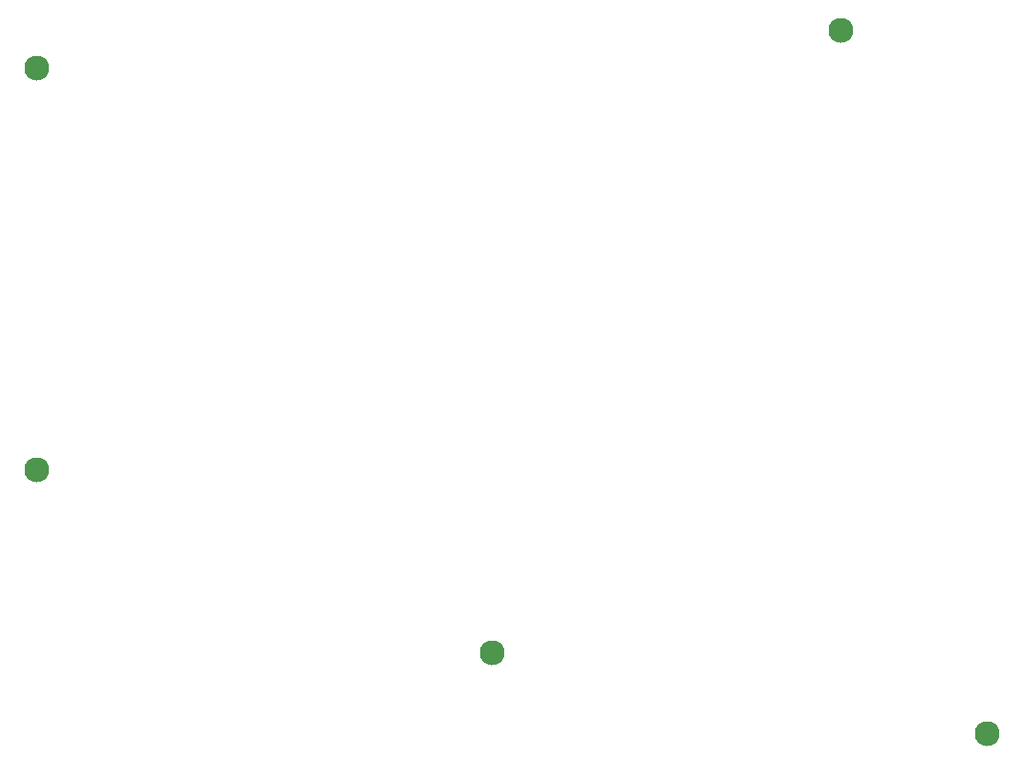
<source format=gts>
G04 #@! TF.GenerationSoftware,KiCad,Pcbnew,8.0.8+1*
G04 #@! TF.CreationDate,2025-03-02T13:34:37+00:00*
G04 #@! TF.ProjectId,backplate,6261636b-706c-4617-9465-2e6b69636164,0.2*
G04 #@! TF.SameCoordinates,Original*
G04 #@! TF.FileFunction,Soldermask,Top*
G04 #@! TF.FilePolarity,Negative*
%FSLAX46Y46*%
G04 Gerber Fmt 4.6, Leading zero omitted, Abs format (unit mm)*
G04 Created by KiCad (PCBNEW 8.0.8+1) date 2025-03-02 13:34:37*
%MOMM*%
%LPD*%
G01*
G04 APERTURE LIST*
%ADD10C,2.300000*%
G04 APERTURE END LIST*
D10*
X109250000Y-53750000D03*
X109250000Y-90750000D03*
X183218000Y-50298500D03*
X151157000Y-107615000D03*
X196724595Y-115006748D03*
M02*

</source>
